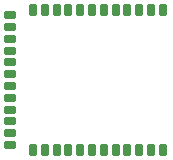
<source format=gbs>
G04 Layer_Color=16711935*
%FSLAX25Y25*%
%MOIN*%
G70*
G01*
G75*
G04:AMPARAMS|DCode=83|XSize=25.72mil|YSize=41.47mil|CornerRadius=8.43mil|HoleSize=0mil|Usage=FLASHONLY|Rotation=180.000|XOffset=0mil|YOffset=0mil|HoleType=Round|Shape=RoundedRectangle|*
%AMROUNDEDRECTD83*
21,1,0.02572,0.02461,0,0,180.0*
21,1,0.00886,0.04147,0,0,180.0*
1,1,0.01686,-0.00443,0.01230*
1,1,0.01686,0.00443,0.01230*
1,1,0.01686,0.00443,-0.01230*
1,1,0.01686,-0.00443,-0.01230*
%
%ADD83ROUNDEDRECTD83*%
G04:AMPARAMS|DCode=84|XSize=25.72mil|YSize=41.47mil|CornerRadius=8.43mil|HoleSize=0mil|Usage=FLASHONLY|Rotation=90.000|XOffset=0mil|YOffset=0mil|HoleType=Round|Shape=RoundedRectangle|*
%AMROUNDEDRECTD84*
21,1,0.02572,0.02461,0,0,90.0*
21,1,0.00886,0.04147,0,0,90.0*
1,1,0.01686,0.01230,0.00443*
1,1,0.01686,0.01230,-0.00443*
1,1,0.01686,-0.01230,-0.00443*
1,1,0.01686,-0.01230,0.00443*
%
%ADD84ROUNDEDRECTD84*%
D83*
X53487Y49178D02*
D03*
X45613Y2721D02*
D03*
X49550Y49178D02*
D03*
X45613D02*
D03*
X14117Y2721D02*
D03*
X18054D02*
D03*
X14117Y49178D02*
D03*
X18054D02*
D03*
X41676D02*
D03*
X37739D02*
D03*
X33802D02*
D03*
X29865D02*
D03*
X25928D02*
D03*
X21991D02*
D03*
Y2721D02*
D03*
X25928D02*
D03*
X29865D02*
D03*
X33802D02*
D03*
X37739D02*
D03*
X41676D02*
D03*
X49550D02*
D03*
X53487D02*
D03*
X10180D02*
D03*
Y49178D02*
D03*
D84*
X2700Y39729D02*
D03*
Y16107D02*
D03*
Y20044D02*
D03*
Y23981D02*
D03*
Y27918D02*
D03*
Y31855D02*
D03*
Y43666D02*
D03*
Y35792D02*
D03*
Y12170D02*
D03*
Y8233D02*
D03*
Y47603D02*
D03*
Y4296D02*
D03*
M02*

</source>
